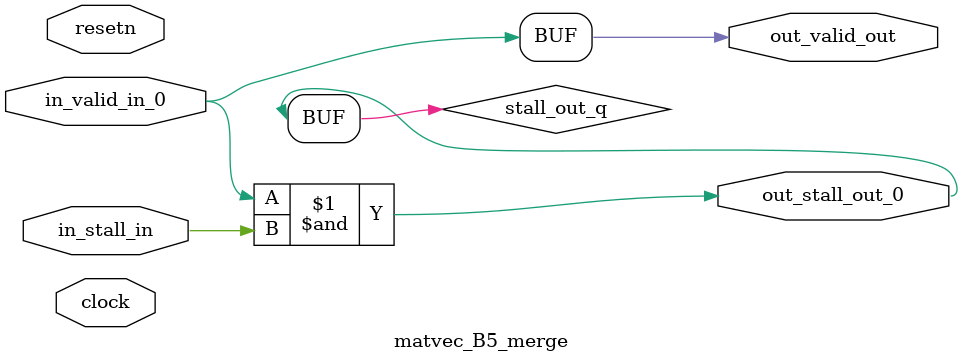
<source format=sv>



(* altera_attribute = "-name AUTO_SHIFT_REGISTER_RECOGNITION OFF; -name MESSAGE_DISABLE 10036; -name MESSAGE_DISABLE 10037; -name MESSAGE_DISABLE 14130; -name MESSAGE_DISABLE 14320; -name MESSAGE_DISABLE 15400; -name MESSAGE_DISABLE 14130; -name MESSAGE_DISABLE 10036; -name MESSAGE_DISABLE 12020; -name MESSAGE_DISABLE 12030; -name MESSAGE_DISABLE 12010; -name MESSAGE_DISABLE 12110; -name MESSAGE_DISABLE 14320; -name MESSAGE_DISABLE 13410; -name MESSAGE_DISABLE 113007; -name MESSAGE_DISABLE 10958" *)
module matvec_B5_merge (
    input wire [0:0] in_stall_in,
    input wire [0:0] in_valid_in_0,
    output wire [0:0] out_stall_out_0,
    output wire [0:0] out_valid_out,
    input wire clock,
    input wire resetn
    );

    wire [0:0] stall_out_q;


    // stall_out(LOGICAL,6)
    assign stall_out_q = in_valid_in_0 & in_stall_in;

    // out_stall_out_0(GPOUT,4)
    assign out_stall_out_0 = stall_out_q;

    // out_valid_out(GPOUT,5)
    assign out_valid_out = in_valid_in_0;

endmodule

</source>
